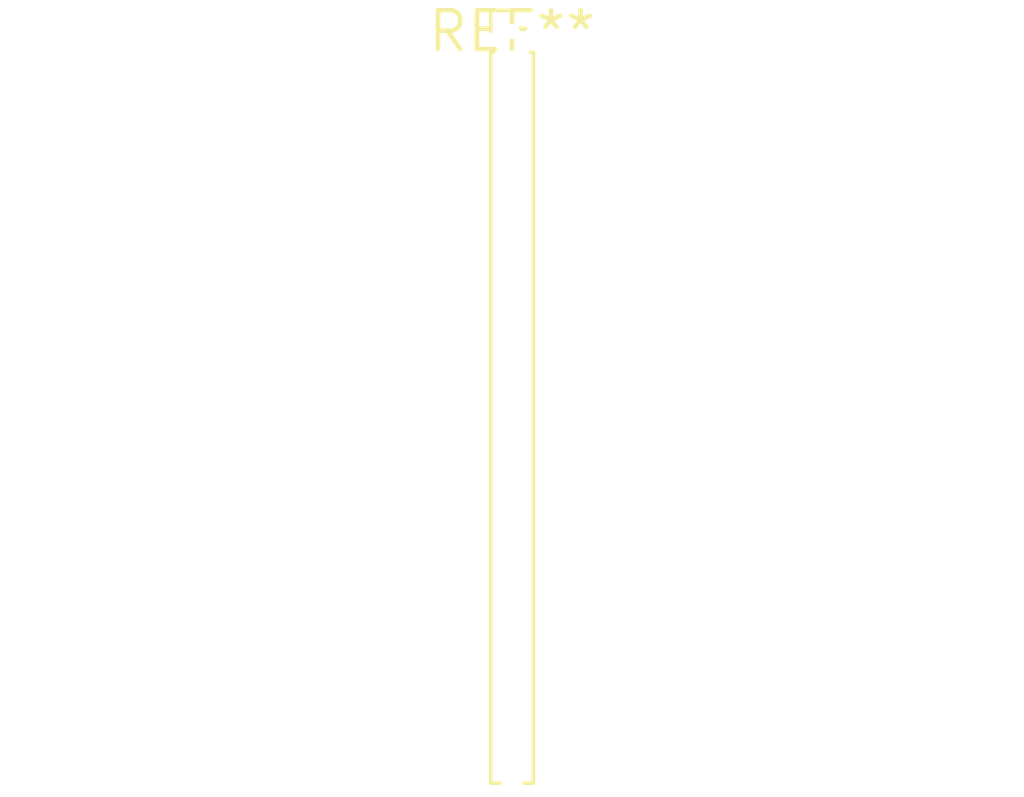
<source format=kicad_pcb>
(kicad_pcb (version 20240108) (generator pcbnew)
  (layers (0 "F.Cu" signal) (31 "B.Cu" signal) (34 "B.Paste" user) (35 "F.Paste" user) (36 "B.SilkS" user "B.Silkscreen") (37 "F.SilkS" user "F.Silkscreen") (38 "B.Mask" user) (39 "F.Mask" user) (44 "Edge.Cuts" user))
  (net 0 "")
  (footprint "PinHeader_1x25_P1.00mm_Vertical" (layer "F.Cu") (at 0 0)
    (property "Reference" "REF**")
    (property "Value" "PinHeader_1x25_P1.00mm_Vertical")
    (fp_line (start -0.695 -0.685) (end 0 -0.685) (layer "F.SilkS") (stroke (width 0.12)))
    (fp_line (start -0.695 0) (end -0.695 -0.685) (layer "F.SilkS") (stroke (width 0.12)))
    (fp_line (start -0.695 0.685) (end -0.695 24.56) (layer "F.SilkS") (stroke (width 0.12)))
    (fp_line (start -0.695 0.685) (end -0.608276 0.685) (layer "F.SilkS") (stroke (width 0.12)))
    (fp_line (start -0.695 24.56) (end -0.394493 24.56) (layer "F.SilkS") (stroke (width 0.12)))
    (fp_line (start 0.394493 24.56) (end 0.695 24.56) (layer "F.SilkS") (stroke (width 0.12)))
    (fp_line (start 0.608276 0.685) (end 0.695 0.685) (layer "F.SilkS") (stroke (width 0.12)))
    (fp_line (start 0.695 0.685) (end 0.695 24.56) (layer "F.SilkS") (stroke (width 0.12)))
    (pad "1" thru_hole rect (at 0 0) (size 0.85 0.85) (drill 0.5) (layers *.Cu *.Mask) (remove_unused_layers))
    (pad "2" thru_hole oval (at 0 1) (size 0.85 0.85) (drill 0.5) (layers *.Cu *.Mask) (remove_unused_layers))
    (pad "3" thru_hole oval (at 0 2) (size 0.85 0.85) (drill 0.5) (layers *.Cu *.Mask) (remove_unused_layers))
    (pad "4" thru_hole oval (at 0 3) (size 0.85 0.85) (drill 0.5) (layers *.Cu *.Mask) (remove_unused_layers))
    (pad "5" thru_hole oval (at 0 4) (size 0.85 0.85) (drill 0.5) (layers *.Cu *.Mask) (remove_unused_layers))
    (pad "6" thru_hole oval (at 0 5) (size 0.85 0.85) (drill 0.5) (layers *.Cu *.Mask) (remove_unused_layers))
    (pad "7" thru_hole oval (at 0 6) (size 0.85 0.85) (drill 0.5) (layers *.Cu *.Mask) (remove_unused_layers))
    (pad "8" thru_hole oval (at 0 7) (size 0.85 0.85) (drill 0.5) (layers *.Cu *.Mask) (remove_unused_layers))
    (pad "9" thru_hole oval (at 0 8) (size 0.85 0.85) (drill 0.5) (layers *.Cu *.Mask) (remove_unused_layers))
    (pad "10" thru_hole oval (at 0 9) (size 0.85 0.85) (drill 0.5) (layers *.Cu *.Mask) (remove_unused_layers))
    (pad "11" thru_hole oval (at 0 10) (size 0.85 0.85) (drill 0.5) (layers *.Cu *.Mask) (remove_unused_layers))
    (pad "12" thru_hole oval (at 0 11) (size 0.85 0.85) (drill 0.5) (layers *.Cu *.Mask) (remove_unused_layers))
    (pad "13" thru_hole oval (at 0 12) (size 0.85 0.85) (drill 0.5) (layers *.Cu *.Mask) (remove_unused_layers))
    (pad "14" thru_hole oval (at 0 13) (size 0.85 0.85) (drill 0.5) (layers *.Cu *.Mask) (remove_unused_layers))
    (pad "15" thru_hole oval (at 0 14) (size 0.85 0.85) (drill 0.5) (layers *.Cu *.Mask) (remove_unused_layers))
    (pad "16" thru_hole oval (at 0 15) (size 0.85 0.85) (drill 0.5) (layers *.Cu *.Mask) (remove_unused_layers))
    (pad "17" thru_hole oval (at 0 16) (size 0.85 0.85) (drill 0.5) (layers *.Cu *.Mask) (remove_unused_layers))
    (pad "18" thru_hole oval (at 0 17) (size 0.85 0.85) (drill 0.5) (layers *.Cu *.Mask) (remove_unused_layers))
    (pad "19" thru_hole oval (at 0 18) (size 0.85 0.85) (drill 0.5) (layers *.Cu *.Mask) (remove_unused_layers))
    (pad "20" thru_hole oval (at 0 19) (size 0.85 0.85) (drill 0.5) (layers *.Cu *.Mask) (remove_unused_layers))
    (pad "21" thru_hole oval (at 0 20) (size 0.85 0.85) (drill 0.5) (layers *.Cu *.Mask) (remove_unused_layers))
    (pad "22" thru_hole oval (at 0 21) (size 0.85 0.85) (drill 0.5) (layers *.Cu *.Mask) (remove_unused_layers))
    (pad "23" thru_hole oval (at 0 22) (size 0.85 0.85) (drill 0.5) (layers *.Cu *.Mask) (remove_unused_layers))
    (pad "24" thru_hole oval (at 0 23) (size 0.85 0.85) (drill 0.5) (layers *.Cu *.Mask) (remove_unused_layers))
    (pad "25" thru_hole oval (at 0 24) (size 0.85 0.85) (drill 0.5) (layers *.Cu *.Mask) (remove_unused_layers))
  )
)
</source>
